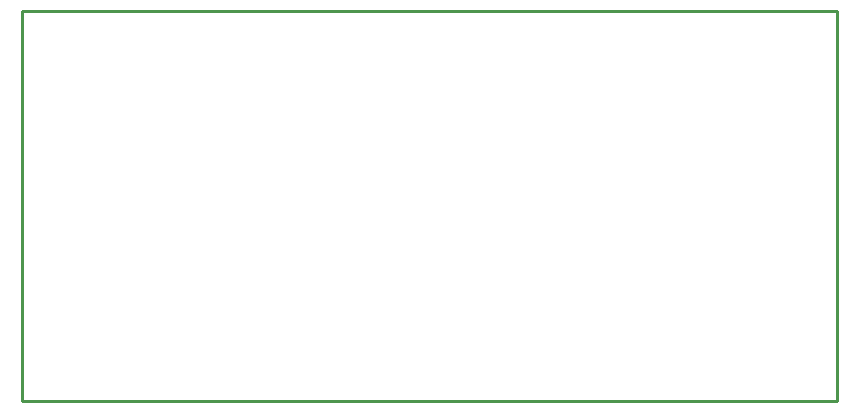
<source format=gko>
G04 Layer: BoardOutlineLayer*
G04 EasyEDA Pro v2.2.45.4, 2026-01-28 09:00:24*
G04 Gerber Generator version 0.3*
G04 Scale: 100 percent, Rotated: No, Reflected: No*
G04 Dimensions in millimeters*
G04 Leading zeros omitted, absolute positions, 4 integers and 5 decimals*
G04 Generated by one-click*
%FSLAX45Y45*%
%MOMM*%
%ADD10C,0.254*%
%ADD11C,0.6032*%
G75*


G04 Rect Start*
G54D10*
G01X-600000Y-3200000D02*
G01X-600000Y100000D01*
G01X6300000Y100000D01*
G01X6300000Y-3200000D01*
G01X-600000Y-3200000D01*
G04 Rect End*

M02*


</source>
